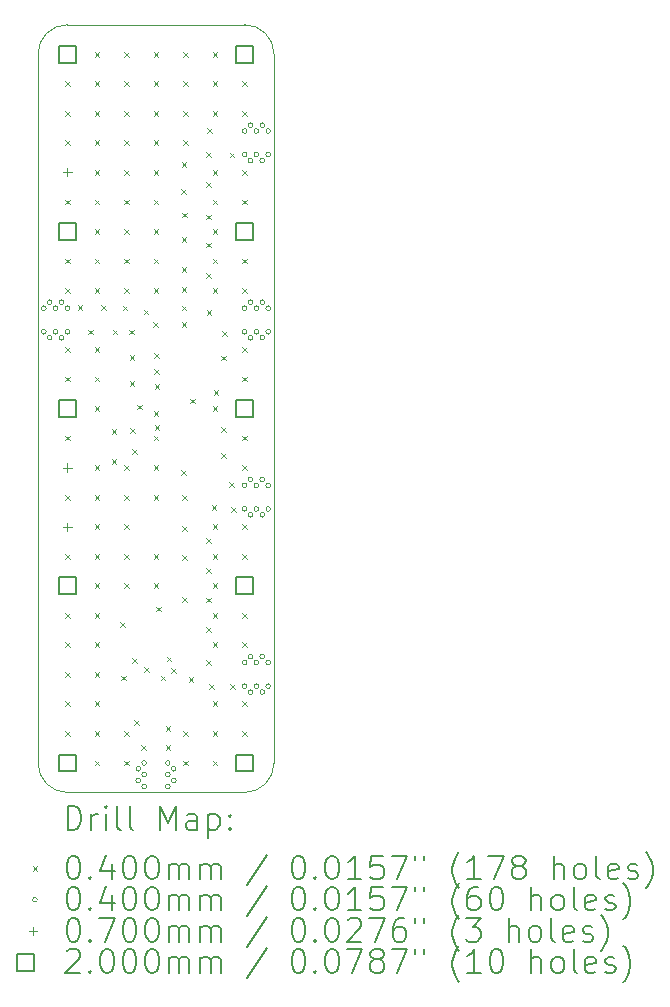
<source format=gbr>
%TF.GenerationSoftware,KiCad,Pcbnew,6.0.9+dfsg-1~bpo11+1*%
%TF.CreationDate,2022-12-01T10:00:25+01:00*%
%TF.ProjectId,019-tayloe-quadrature-product-detector,3031392d-7461-4796-9c6f-652d71756164,1*%
%TF.SameCoordinates,Original*%
%TF.FileFunction,Drillmap*%
%TF.FilePolarity,Positive*%
%FSLAX45Y45*%
G04 Gerber Fmt 4.5, Leading zero omitted, Abs format (unit mm)*
G04 Created by KiCad (PCBNEW 6.0.9+dfsg-1~bpo11+1) date 2022-12-01 10:00:25*
%MOMM*%
%LPD*%
G01*
G04 APERTURE LIST*
%ADD10C,0.100000*%
%ADD11C,0.200000*%
%ADD12C,0.040000*%
%ADD13C,0.070000*%
G04 APERTURE END LIST*
D10*
X15250000Y-3000000D02*
G75*
G03*
X15000000Y-3250000I0J-250000D01*
G01*
X15250000Y-3000000D02*
X16750000Y-3000000D01*
X17000000Y-3250000D02*
G75*
G03*
X16750000Y-3000000I-250000J0D01*
G01*
X15000000Y-9250000D02*
X15000000Y-3250000D01*
X15000000Y-9250000D02*
G75*
G03*
X15250000Y-9500000I250000J0D01*
G01*
X17000000Y-3250000D02*
X17000000Y-9250000D01*
X16750000Y-9500000D02*
G75*
G03*
X17000000Y-9250000I0J250000D01*
G01*
X16750000Y-9500000D02*
X15250000Y-9500000D01*
D11*
D12*
X15230000Y-3480000D02*
X15270000Y-3520000D01*
X15270000Y-3480000D02*
X15230000Y-3520000D01*
X15230000Y-3730000D02*
X15270000Y-3770000D01*
X15270000Y-3730000D02*
X15230000Y-3770000D01*
X15230000Y-3980000D02*
X15270000Y-4020000D01*
X15270000Y-3980000D02*
X15230000Y-4020000D01*
X15230000Y-4480000D02*
X15270000Y-4520000D01*
X15270000Y-4480000D02*
X15230000Y-4520000D01*
X15230000Y-4980000D02*
X15270000Y-5020000D01*
X15270000Y-4980000D02*
X15230000Y-5020000D01*
X15230000Y-5230000D02*
X15270000Y-5270000D01*
X15270000Y-5230000D02*
X15230000Y-5270000D01*
X15230000Y-5730000D02*
X15270000Y-5770000D01*
X15270000Y-5730000D02*
X15230000Y-5770000D01*
X15230000Y-5980000D02*
X15270000Y-6020000D01*
X15270000Y-5980000D02*
X15230000Y-6020000D01*
X15230000Y-6480000D02*
X15270000Y-6520000D01*
X15270000Y-6480000D02*
X15230000Y-6520000D01*
X15230000Y-6980000D02*
X15270000Y-7020000D01*
X15270000Y-6980000D02*
X15230000Y-7020000D01*
X15230000Y-7480000D02*
X15270000Y-7520000D01*
X15270000Y-7480000D02*
X15230000Y-7520000D01*
X15230000Y-7980000D02*
X15270000Y-8020000D01*
X15270000Y-7980000D02*
X15230000Y-8020000D01*
X15230000Y-8230000D02*
X15270000Y-8270000D01*
X15270000Y-8230000D02*
X15230000Y-8270000D01*
X15230000Y-8480000D02*
X15270000Y-8520000D01*
X15270000Y-8480000D02*
X15230000Y-8520000D01*
X15230000Y-8730000D02*
X15270000Y-8770000D01*
X15270000Y-8730000D02*
X15230000Y-8770000D01*
X15230000Y-8980000D02*
X15270000Y-9020000D01*
X15270000Y-8980000D02*
X15230000Y-9020000D01*
X15335504Y-5375425D02*
X15375504Y-5415425D01*
X15375504Y-5375425D02*
X15335504Y-5415425D01*
X15427505Y-5582024D02*
X15467505Y-5622024D01*
X15467505Y-5582024D02*
X15427505Y-5622024D01*
X15480000Y-3230000D02*
X15520000Y-3270000D01*
X15520000Y-3230000D02*
X15480000Y-3270000D01*
X15480000Y-3480000D02*
X15520000Y-3520000D01*
X15520000Y-3480000D02*
X15480000Y-3520000D01*
X15480000Y-3730000D02*
X15520000Y-3770000D01*
X15520000Y-3730000D02*
X15480000Y-3770000D01*
X15480000Y-3980000D02*
X15520000Y-4020000D01*
X15520000Y-3980000D02*
X15480000Y-4020000D01*
X15480000Y-4230000D02*
X15520000Y-4270000D01*
X15520000Y-4230000D02*
X15480000Y-4270000D01*
X15480000Y-4480000D02*
X15520000Y-4520000D01*
X15520000Y-4480000D02*
X15480000Y-4520000D01*
X15480000Y-4730000D02*
X15520000Y-4770000D01*
X15520000Y-4730000D02*
X15480000Y-4770000D01*
X15480000Y-4980000D02*
X15520000Y-5020000D01*
X15520000Y-4980000D02*
X15480000Y-5020000D01*
X15480000Y-5230000D02*
X15520000Y-5270000D01*
X15520000Y-5230000D02*
X15480000Y-5270000D01*
X15480000Y-5730000D02*
X15520000Y-5770000D01*
X15520000Y-5730000D02*
X15480000Y-5770000D01*
X15480000Y-5980000D02*
X15520000Y-6020000D01*
X15520000Y-5980000D02*
X15480000Y-6020000D01*
X15480000Y-6230000D02*
X15520000Y-6270000D01*
X15520000Y-6230000D02*
X15480000Y-6270000D01*
X15480000Y-6730000D02*
X15520000Y-6770000D01*
X15520000Y-6730000D02*
X15480000Y-6770000D01*
X15480000Y-6980000D02*
X15520000Y-7020000D01*
X15520000Y-6980000D02*
X15480000Y-7020000D01*
X15480000Y-7230000D02*
X15520000Y-7270000D01*
X15520000Y-7230000D02*
X15480000Y-7270000D01*
X15480000Y-7480000D02*
X15520000Y-7520000D01*
X15520000Y-7480000D02*
X15480000Y-7520000D01*
X15480000Y-7730000D02*
X15520000Y-7770000D01*
X15520000Y-7730000D02*
X15480000Y-7770000D01*
X15480000Y-7980000D02*
X15520000Y-8020000D01*
X15520000Y-7980000D02*
X15480000Y-8020000D01*
X15480000Y-8230000D02*
X15520000Y-8270000D01*
X15520000Y-8230000D02*
X15480000Y-8270000D01*
X15480000Y-8480000D02*
X15520000Y-8520000D01*
X15520000Y-8480000D02*
X15480000Y-8520000D01*
X15480000Y-8730000D02*
X15520000Y-8770000D01*
X15520000Y-8730000D02*
X15480000Y-8770000D01*
X15480000Y-8980000D02*
X15520000Y-9020000D01*
X15520000Y-8980000D02*
X15480000Y-9020000D01*
X15480000Y-9230000D02*
X15520000Y-9270000D01*
X15520000Y-9230000D02*
X15480000Y-9270000D01*
X15537261Y-5373810D02*
X15577261Y-5413810D01*
X15577261Y-5373810D02*
X15537261Y-5413810D01*
X15623427Y-6422057D02*
X15663427Y-6462057D01*
X15663427Y-6422057D02*
X15623427Y-6462057D01*
X15623427Y-6675399D02*
X15663427Y-6715399D01*
X15663427Y-6675399D02*
X15623427Y-6715399D01*
X15632491Y-5582024D02*
X15672491Y-5622024D01*
X15672491Y-5582024D02*
X15632491Y-5622024D01*
X15694980Y-8059740D02*
X15734980Y-8099740D01*
X15734980Y-8059740D02*
X15694980Y-8099740D01*
X15706570Y-8510000D02*
X15746570Y-8550000D01*
X15746570Y-8510000D02*
X15706570Y-8550000D01*
X15716422Y-5379460D02*
X15756422Y-5419460D01*
X15756422Y-5379460D02*
X15716422Y-5419460D01*
X15730000Y-3230000D02*
X15770000Y-3270000D01*
X15770000Y-3230000D02*
X15730000Y-3270000D01*
X15730000Y-3480000D02*
X15770000Y-3520000D01*
X15770000Y-3480000D02*
X15730000Y-3520000D01*
X15730000Y-3730000D02*
X15770000Y-3770000D01*
X15770000Y-3730000D02*
X15730000Y-3770000D01*
X15730000Y-3980000D02*
X15770000Y-4020000D01*
X15770000Y-3980000D02*
X15730000Y-4020000D01*
X15730000Y-4230000D02*
X15770000Y-4270000D01*
X15770000Y-4230000D02*
X15730000Y-4270000D01*
X15730000Y-4480000D02*
X15770000Y-4520000D01*
X15770000Y-4480000D02*
X15730000Y-4520000D01*
X15730000Y-4730000D02*
X15770000Y-4770000D01*
X15770000Y-4730000D02*
X15730000Y-4770000D01*
X15730000Y-4980000D02*
X15770000Y-5020000D01*
X15770000Y-4980000D02*
X15730000Y-5020000D01*
X15730000Y-5230000D02*
X15770000Y-5270000D01*
X15770000Y-5230000D02*
X15730000Y-5270000D01*
X15730000Y-6730000D02*
X15770000Y-6770000D01*
X15770000Y-6730000D02*
X15730000Y-6770000D01*
X15730000Y-6980000D02*
X15770000Y-7020000D01*
X15770000Y-6980000D02*
X15730000Y-7020000D01*
X15730000Y-7230000D02*
X15770000Y-7270000D01*
X15770000Y-7230000D02*
X15730000Y-7270000D01*
X15730000Y-7480000D02*
X15770000Y-7520000D01*
X15770000Y-7480000D02*
X15730000Y-7520000D01*
X15730000Y-7730000D02*
X15770000Y-7770000D01*
X15770000Y-7730000D02*
X15730000Y-7770000D01*
X15730000Y-8980000D02*
X15770000Y-9020000D01*
X15770000Y-8980000D02*
X15730000Y-9020000D01*
X15730000Y-9230000D02*
X15770000Y-9270000D01*
X15770000Y-9230000D02*
X15730000Y-9270000D01*
X15775335Y-5582024D02*
X15815335Y-5622024D01*
X15815335Y-5582024D02*
X15775335Y-5622024D01*
X15776949Y-5796694D02*
X15816949Y-5836694D01*
X15816949Y-5796694D02*
X15776949Y-5836694D01*
X15776949Y-6019434D02*
X15816949Y-6059434D01*
X15816949Y-6019434D02*
X15776949Y-6059434D01*
X15781476Y-6415084D02*
X15821476Y-6455084D01*
X15821476Y-6415084D02*
X15781476Y-6455084D01*
X15795421Y-6596375D02*
X15835421Y-6636375D01*
X15835421Y-6596375D02*
X15795421Y-6636375D01*
X15800000Y-8360000D02*
X15840000Y-8400000D01*
X15840000Y-8360000D02*
X15800000Y-8400000D01*
X15816900Y-8890000D02*
X15856900Y-8930000D01*
X15856900Y-8890000D02*
X15816900Y-8930000D01*
X15843126Y-6217157D02*
X15883126Y-6257157D01*
X15883126Y-6217157D02*
X15843126Y-6257157D01*
X15877012Y-9099701D02*
X15917012Y-9139701D01*
X15917012Y-9099701D02*
X15877012Y-9139701D01*
X15894776Y-5412548D02*
X15934776Y-5452548D01*
X15934776Y-5412548D02*
X15894776Y-5452548D01*
X15896810Y-8441760D02*
X15936810Y-8481760D01*
X15936810Y-8441760D02*
X15896810Y-8481760D01*
X15974672Y-5520690D02*
X16014672Y-5560690D01*
X16014672Y-5520690D02*
X15974672Y-5560690D01*
X15979514Y-6270421D02*
X16019514Y-6310421D01*
X16019514Y-6270421D02*
X15979514Y-6310421D01*
X15980000Y-3230000D02*
X16020000Y-3270000D01*
X16020000Y-3230000D02*
X15980000Y-3270000D01*
X15980000Y-3480000D02*
X16020000Y-3520000D01*
X16020000Y-3480000D02*
X15980000Y-3520000D01*
X15980000Y-3730000D02*
X16020000Y-3770000D01*
X16020000Y-3730000D02*
X15980000Y-3770000D01*
X15980000Y-3980000D02*
X16020000Y-4020000D01*
X16020000Y-3980000D02*
X15980000Y-4020000D01*
X15980000Y-4230000D02*
X16020000Y-4270000D01*
X16020000Y-4230000D02*
X15980000Y-4270000D01*
X15980000Y-4480000D02*
X16020000Y-4520000D01*
X16020000Y-4480000D02*
X15980000Y-4520000D01*
X15980000Y-4730000D02*
X16020000Y-4770000D01*
X16020000Y-4730000D02*
X15980000Y-4770000D01*
X15980000Y-4980000D02*
X16020000Y-5020000D01*
X16020000Y-4980000D02*
X15980000Y-5020000D01*
X15980000Y-5230000D02*
X16020000Y-5270000D01*
X16020000Y-5230000D02*
X15980000Y-5270000D01*
X15980000Y-6480000D02*
X16020000Y-6520000D01*
X16020000Y-6480000D02*
X15980000Y-6520000D01*
X15980000Y-6730000D02*
X16020000Y-6770000D01*
X16020000Y-6730000D02*
X15980000Y-6770000D01*
X15980000Y-6980000D02*
X16020000Y-7020000D01*
X16020000Y-6980000D02*
X15980000Y-7020000D01*
X15980000Y-7480000D02*
X16020000Y-7520000D01*
X16020000Y-7480000D02*
X15980000Y-7520000D01*
X15980000Y-7730000D02*
X16020000Y-7770000D01*
X16020000Y-7730000D02*
X15980000Y-7770000D01*
X15984356Y-5782975D02*
X16024356Y-5822975D01*
X16024356Y-5782975D02*
X15984356Y-5822975D01*
X15985970Y-5915328D02*
X16025970Y-5955328D01*
X16025970Y-5915328D02*
X15985970Y-5955328D01*
X15987584Y-6042031D02*
X16027584Y-6082031D01*
X16027584Y-6042031D02*
X15987584Y-6082031D01*
X15988391Y-6393089D02*
X16028391Y-6433089D01*
X16028391Y-6393089D02*
X15988391Y-6433089D01*
X16001530Y-7927577D02*
X16041530Y-7967577D01*
X16041530Y-7927577D02*
X16001530Y-7967577D01*
X16040000Y-8510000D02*
X16080000Y-8550000D01*
X16080000Y-8510000D02*
X16040000Y-8550000D01*
X16081460Y-9099701D02*
X16121460Y-9139701D01*
X16121460Y-9099701D02*
X16081460Y-9139701D01*
X16082133Y-8938967D02*
X16122133Y-8978967D01*
X16122133Y-8938967D02*
X16082133Y-8978967D01*
X16090000Y-8350000D02*
X16130000Y-8390000D01*
X16130000Y-8350000D02*
X16090000Y-8390000D01*
X16130000Y-8450000D02*
X16170000Y-8490000D01*
X16170000Y-8450000D02*
X16130000Y-8490000D01*
X16215167Y-4394883D02*
X16255167Y-4434883D01*
X16255167Y-4394883D02*
X16215167Y-4434883D01*
X16215554Y-6768358D02*
X16255554Y-6808358D01*
X16255554Y-6768358D02*
X16215554Y-6808358D01*
X16215974Y-5520690D02*
X16255974Y-5560690D01*
X16255974Y-5520690D02*
X16215974Y-5560690D01*
X16216014Y-5220943D02*
X16256014Y-5260943D01*
X16256014Y-5220943D02*
X16216014Y-5260943D01*
X16216781Y-4164879D02*
X16256781Y-4204879D01*
X16256781Y-4164879D02*
X16216781Y-4204879D01*
X16216781Y-5054227D02*
X16256781Y-5094227D01*
X16256781Y-5054227D02*
X16216781Y-5094227D01*
X16216781Y-5379460D02*
X16256781Y-5419460D01*
X16256781Y-5379460D02*
X16216781Y-5419460D01*
X16217588Y-4795977D02*
X16257588Y-4835977D01*
X16257588Y-4795977D02*
X16217588Y-4835977D01*
X16218459Y-6984320D02*
X16258459Y-7024320D01*
X16258459Y-6984320D02*
X16218459Y-7024320D01*
X16218459Y-7247734D02*
X16258459Y-7287734D01*
X16258459Y-7247734D02*
X16218459Y-7287734D01*
X16218459Y-7488875D02*
X16258459Y-7528875D01*
X16258459Y-7488875D02*
X16218459Y-7528875D01*
X16219361Y-4591723D02*
X16259361Y-4631723D01*
X16259361Y-4591723D02*
X16219361Y-4631723D01*
X16219428Y-7846228D02*
X16259428Y-7886228D01*
X16259428Y-7846228D02*
X16219428Y-7886228D01*
X16230000Y-3230000D02*
X16270000Y-3270000D01*
X16270000Y-3230000D02*
X16230000Y-3270000D01*
X16230000Y-3480000D02*
X16270000Y-3520000D01*
X16270000Y-3480000D02*
X16230000Y-3520000D01*
X16230000Y-3730000D02*
X16270000Y-3770000D01*
X16270000Y-3730000D02*
X16230000Y-3770000D01*
X16230000Y-3980000D02*
X16270000Y-4020000D01*
X16270000Y-3980000D02*
X16230000Y-4020000D01*
X16230000Y-8980000D02*
X16270000Y-9020000D01*
X16270000Y-8980000D02*
X16230000Y-9020000D01*
X16230000Y-9230000D02*
X16270000Y-9270000D01*
X16270000Y-9230000D02*
X16230000Y-9270000D01*
X16276565Y-8522196D02*
X16316565Y-8562196D01*
X16316565Y-8522196D02*
X16276565Y-8562196D01*
X16288606Y-6166314D02*
X16328606Y-6206314D01*
X16328606Y-6166314D02*
X16288606Y-6206314D01*
X16421766Y-4331128D02*
X16461766Y-4371128D01*
X16461766Y-4331128D02*
X16421766Y-4371128D01*
X16422799Y-7348452D02*
X16462799Y-7388452D01*
X16462799Y-7348452D02*
X16422799Y-7388452D01*
X16422799Y-7602182D02*
X16462799Y-7642182D01*
X16462799Y-7602182D02*
X16422799Y-7642182D01*
X16423380Y-4080948D02*
X16463380Y-4120948D01*
X16463380Y-4080948D02*
X16423380Y-4120948D01*
X16423497Y-7851558D02*
X16463497Y-7891558D01*
X16463497Y-7851558D02*
X16423497Y-7891558D01*
X16423497Y-8100903D02*
X16463497Y-8140903D01*
X16463497Y-8100903D02*
X16423497Y-8140903D01*
X16423768Y-8376931D02*
X16463768Y-8416931D01*
X16463768Y-8376931D02*
X16423768Y-8416931D01*
X16424187Y-4607132D02*
X16464187Y-4647132D01*
X16464187Y-4607132D02*
X16424187Y-4647132D01*
X16425801Y-4846013D02*
X16465801Y-4886013D01*
X16465801Y-4846013D02*
X16425801Y-4886013D01*
X16425801Y-5105876D02*
X16465801Y-5145876D01*
X16465801Y-5105876D02*
X16425801Y-5145876D01*
X16428223Y-5416583D02*
X16468223Y-5456583D01*
X16468223Y-5416583D02*
X16428223Y-5456583D01*
X16430644Y-3875962D02*
X16470644Y-3915962D01*
X16470644Y-3875962D02*
X16430644Y-3915962D01*
X16447979Y-8581271D02*
X16487979Y-8621271D01*
X16487979Y-8581271D02*
X16447979Y-8621271D01*
X16470333Y-7064754D02*
X16510333Y-7104754D01*
X16510333Y-7064754D02*
X16470333Y-7104754D01*
X16480000Y-3230000D02*
X16520000Y-3270000D01*
X16520000Y-3230000D02*
X16480000Y-3270000D01*
X16480000Y-3480000D02*
X16520000Y-3520000D01*
X16520000Y-3480000D02*
X16480000Y-3520000D01*
X16480000Y-3730000D02*
X16520000Y-3770000D01*
X16520000Y-3730000D02*
X16480000Y-3770000D01*
X16480000Y-4230000D02*
X16520000Y-4270000D01*
X16520000Y-4230000D02*
X16480000Y-4270000D01*
X16480000Y-4480000D02*
X16520000Y-4520000D01*
X16520000Y-4480000D02*
X16480000Y-4520000D01*
X16480000Y-4730000D02*
X16520000Y-4770000D01*
X16520000Y-4730000D02*
X16480000Y-4770000D01*
X16480000Y-4980000D02*
X16520000Y-5020000D01*
X16520000Y-4980000D02*
X16480000Y-5020000D01*
X16480000Y-5230000D02*
X16520000Y-5270000D01*
X16520000Y-5230000D02*
X16480000Y-5270000D01*
X16480000Y-6230000D02*
X16520000Y-6270000D01*
X16520000Y-6230000D02*
X16480000Y-6270000D01*
X16480000Y-7230000D02*
X16520000Y-7270000D01*
X16520000Y-7230000D02*
X16480000Y-7270000D01*
X16480000Y-7480000D02*
X16520000Y-7520000D01*
X16520000Y-7480000D02*
X16480000Y-7520000D01*
X16480000Y-7730000D02*
X16520000Y-7770000D01*
X16520000Y-7730000D02*
X16480000Y-7770000D01*
X16480000Y-7980000D02*
X16520000Y-8020000D01*
X16520000Y-7980000D02*
X16480000Y-8020000D01*
X16480000Y-8230000D02*
X16520000Y-8270000D01*
X16520000Y-8230000D02*
X16480000Y-8270000D01*
X16480000Y-8730000D02*
X16520000Y-8770000D01*
X16520000Y-8730000D02*
X16480000Y-8770000D01*
X16480000Y-8980000D02*
X16520000Y-9020000D01*
X16520000Y-8980000D02*
X16480000Y-9020000D01*
X16480000Y-9230000D02*
X16520000Y-9270000D01*
X16520000Y-9230000D02*
X16480000Y-9270000D01*
X16487136Y-6091260D02*
X16527136Y-6131260D01*
X16527136Y-6091260D02*
X16487136Y-6131260D01*
X16551472Y-6404840D02*
X16591472Y-6444840D01*
X16591472Y-6404840D02*
X16551472Y-6444840D01*
X16551472Y-6627967D02*
X16591472Y-6667967D01*
X16591472Y-6627967D02*
X16551472Y-6667967D01*
X16552505Y-5801536D02*
X16592505Y-5841536D01*
X16592505Y-5801536D02*
X16552505Y-5841536D01*
X16558154Y-5591709D02*
X16598154Y-5631709D01*
X16598154Y-5591709D02*
X16558154Y-5631709D01*
X16620979Y-6874429D02*
X16660979Y-6914429D01*
X16660979Y-6874429D02*
X16620979Y-6914429D01*
X16623524Y-4084176D02*
X16663524Y-4124176D01*
X16663524Y-4084176D02*
X16623524Y-4124176D01*
X16628108Y-8582239D02*
X16668108Y-8622239D01*
X16668108Y-8582239D02*
X16628108Y-8622239D01*
X16634430Y-7082912D02*
X16674430Y-7122912D01*
X16674430Y-7082912D02*
X16634430Y-7122912D01*
X16730000Y-3480000D02*
X16770000Y-3520000D01*
X16770000Y-3480000D02*
X16730000Y-3520000D01*
X16730000Y-3730000D02*
X16770000Y-3770000D01*
X16770000Y-3730000D02*
X16730000Y-3770000D01*
X16730000Y-4230000D02*
X16770000Y-4270000D01*
X16770000Y-4230000D02*
X16730000Y-4270000D01*
X16730000Y-4480000D02*
X16770000Y-4520000D01*
X16770000Y-4480000D02*
X16730000Y-4520000D01*
X16730000Y-4980000D02*
X16770000Y-5020000D01*
X16770000Y-4980000D02*
X16730000Y-5020000D01*
X16730000Y-5230000D02*
X16770000Y-5270000D01*
X16770000Y-5230000D02*
X16730000Y-5270000D01*
X16730000Y-5730000D02*
X16770000Y-5770000D01*
X16770000Y-5730000D02*
X16730000Y-5770000D01*
X16730000Y-5980000D02*
X16770000Y-6020000D01*
X16770000Y-5980000D02*
X16730000Y-6020000D01*
X16730000Y-6480000D02*
X16770000Y-6520000D01*
X16770000Y-6480000D02*
X16730000Y-6520000D01*
X16730000Y-6730000D02*
X16770000Y-6770000D01*
X16770000Y-6730000D02*
X16730000Y-6770000D01*
X16730000Y-7230000D02*
X16770000Y-7270000D01*
X16770000Y-7230000D02*
X16730000Y-7270000D01*
X16730000Y-7480000D02*
X16770000Y-7520000D01*
X16770000Y-7480000D02*
X16730000Y-7520000D01*
X16730000Y-7980000D02*
X16770000Y-8020000D01*
X16770000Y-7980000D02*
X16730000Y-8020000D01*
X16730000Y-8230000D02*
X16770000Y-8270000D01*
X16770000Y-8230000D02*
X16730000Y-8270000D01*
X16730000Y-8730000D02*
X16770000Y-8770000D01*
X16770000Y-8730000D02*
X16730000Y-8770000D01*
X16730000Y-8980000D02*
X16770000Y-9020000D01*
X16770000Y-8980000D02*
X16730000Y-9020000D01*
X15070000Y-5400000D02*
G75*
G03*
X15070000Y-5400000I-20000J0D01*
G01*
X15070000Y-5600000D02*
G75*
G03*
X15070000Y-5600000I-20000J0D01*
G01*
X15120000Y-5350000D02*
G75*
G03*
X15120000Y-5350000I-20000J0D01*
G01*
X15120000Y-5650000D02*
G75*
G03*
X15120000Y-5650000I-20000J0D01*
G01*
X15170000Y-5400000D02*
G75*
G03*
X15170000Y-5400000I-20000J0D01*
G01*
X15170000Y-5600000D02*
G75*
G03*
X15170000Y-5600000I-20000J0D01*
G01*
X15220000Y-5350000D02*
G75*
G03*
X15220000Y-5350000I-20000J0D01*
G01*
X15220000Y-5650000D02*
G75*
G03*
X15220000Y-5650000I-20000J0D01*
G01*
X15270000Y-5400000D02*
G75*
G03*
X15270000Y-5400000I-20000J0D01*
G01*
X15270000Y-5600000D02*
G75*
G03*
X15270000Y-5600000I-20000J0D01*
G01*
X15870000Y-9300000D02*
G75*
G03*
X15870000Y-9300000I-20000J0D01*
G01*
X15870000Y-9400000D02*
G75*
G03*
X15870000Y-9400000I-20000J0D01*
G01*
X15920000Y-9250000D02*
G75*
G03*
X15920000Y-9250000I-20000J0D01*
G01*
X15920000Y-9350000D02*
G75*
G03*
X15920000Y-9350000I-20000J0D01*
G01*
X15920000Y-9450000D02*
G75*
G03*
X15920000Y-9450000I-20000J0D01*
G01*
X16120000Y-9250000D02*
G75*
G03*
X16120000Y-9250000I-20000J0D01*
G01*
X16120000Y-9350000D02*
G75*
G03*
X16120000Y-9350000I-20000J0D01*
G01*
X16120000Y-9450000D02*
G75*
G03*
X16120000Y-9450000I-20000J0D01*
G01*
X16170000Y-9300000D02*
G75*
G03*
X16170000Y-9300000I-20000J0D01*
G01*
X16170000Y-9400000D02*
G75*
G03*
X16170000Y-9400000I-20000J0D01*
G01*
X16770000Y-3900000D02*
G75*
G03*
X16770000Y-3900000I-20000J0D01*
G01*
X16770000Y-4100000D02*
G75*
G03*
X16770000Y-4100000I-20000J0D01*
G01*
X16770000Y-5400000D02*
G75*
G03*
X16770000Y-5400000I-20000J0D01*
G01*
X16770000Y-5600000D02*
G75*
G03*
X16770000Y-5600000I-20000J0D01*
G01*
X16770000Y-6900000D02*
G75*
G03*
X16770000Y-6900000I-20000J0D01*
G01*
X16770000Y-7100000D02*
G75*
G03*
X16770000Y-7100000I-20000J0D01*
G01*
X16770000Y-8400000D02*
G75*
G03*
X16770000Y-8400000I-20000J0D01*
G01*
X16770000Y-8600000D02*
G75*
G03*
X16770000Y-8600000I-20000J0D01*
G01*
X16820000Y-3850000D02*
G75*
G03*
X16820000Y-3850000I-20000J0D01*
G01*
X16820000Y-4150000D02*
G75*
G03*
X16820000Y-4150000I-20000J0D01*
G01*
X16820000Y-5350000D02*
G75*
G03*
X16820000Y-5350000I-20000J0D01*
G01*
X16820000Y-5650000D02*
G75*
G03*
X16820000Y-5650000I-20000J0D01*
G01*
X16820000Y-6850000D02*
G75*
G03*
X16820000Y-6850000I-20000J0D01*
G01*
X16820000Y-7150000D02*
G75*
G03*
X16820000Y-7150000I-20000J0D01*
G01*
X16820000Y-8350000D02*
G75*
G03*
X16820000Y-8350000I-20000J0D01*
G01*
X16820000Y-8650000D02*
G75*
G03*
X16820000Y-8650000I-20000J0D01*
G01*
X16870000Y-3900000D02*
G75*
G03*
X16870000Y-3900000I-20000J0D01*
G01*
X16870000Y-4100000D02*
G75*
G03*
X16870000Y-4100000I-20000J0D01*
G01*
X16870000Y-5400000D02*
G75*
G03*
X16870000Y-5400000I-20000J0D01*
G01*
X16870000Y-5600000D02*
G75*
G03*
X16870000Y-5600000I-20000J0D01*
G01*
X16870000Y-6900000D02*
G75*
G03*
X16870000Y-6900000I-20000J0D01*
G01*
X16870000Y-7100000D02*
G75*
G03*
X16870000Y-7100000I-20000J0D01*
G01*
X16870000Y-8400000D02*
G75*
G03*
X16870000Y-8400000I-20000J0D01*
G01*
X16870000Y-8600000D02*
G75*
G03*
X16870000Y-8600000I-20000J0D01*
G01*
X16920000Y-3850000D02*
G75*
G03*
X16920000Y-3850000I-20000J0D01*
G01*
X16920000Y-4150000D02*
G75*
G03*
X16920000Y-4150000I-20000J0D01*
G01*
X16920000Y-5350000D02*
G75*
G03*
X16920000Y-5350000I-20000J0D01*
G01*
X16920000Y-5650000D02*
G75*
G03*
X16920000Y-5650000I-20000J0D01*
G01*
X16920000Y-6850000D02*
G75*
G03*
X16920000Y-6850000I-20000J0D01*
G01*
X16920000Y-7150000D02*
G75*
G03*
X16920000Y-7150000I-20000J0D01*
G01*
X16920000Y-8350000D02*
G75*
G03*
X16920000Y-8350000I-20000J0D01*
G01*
X16920000Y-8650000D02*
G75*
G03*
X16920000Y-8650000I-20000J0D01*
G01*
X16970000Y-3900000D02*
G75*
G03*
X16970000Y-3900000I-20000J0D01*
G01*
X16970000Y-4100000D02*
G75*
G03*
X16970000Y-4100000I-20000J0D01*
G01*
X16970000Y-5400000D02*
G75*
G03*
X16970000Y-5400000I-20000J0D01*
G01*
X16970000Y-5600000D02*
G75*
G03*
X16970000Y-5600000I-20000J0D01*
G01*
X16970000Y-6900000D02*
G75*
G03*
X16970000Y-6900000I-20000J0D01*
G01*
X16970000Y-7100000D02*
G75*
G03*
X16970000Y-7100000I-20000J0D01*
G01*
X16970000Y-8400000D02*
G75*
G03*
X16970000Y-8400000I-20000J0D01*
G01*
X16970000Y-8600000D02*
G75*
G03*
X16970000Y-8600000I-20000J0D01*
G01*
D13*
X15250000Y-4215000D02*
X15250000Y-4285000D01*
X15215000Y-4250000D02*
X15285000Y-4250000D01*
X15250000Y-6715000D02*
X15250000Y-6785000D01*
X15215000Y-6750000D02*
X15285000Y-6750000D01*
X15250000Y-7215000D02*
X15250000Y-7285000D01*
X15215000Y-7250000D02*
X15285000Y-7250000D01*
D11*
X15320711Y-3320711D02*
X15320711Y-3179289D01*
X15179289Y-3179289D01*
X15179289Y-3320711D01*
X15320711Y-3320711D01*
X15320711Y-4820711D02*
X15320711Y-4679289D01*
X15179289Y-4679289D01*
X15179289Y-4820711D01*
X15320711Y-4820711D01*
X15320711Y-6320711D02*
X15320711Y-6179289D01*
X15179289Y-6179289D01*
X15179289Y-6320711D01*
X15320711Y-6320711D01*
X15320711Y-7820711D02*
X15320711Y-7679289D01*
X15179289Y-7679289D01*
X15179289Y-7820711D01*
X15320711Y-7820711D01*
X15320711Y-9320711D02*
X15320711Y-9179289D01*
X15179289Y-9179289D01*
X15179289Y-9320711D01*
X15320711Y-9320711D01*
X16820711Y-3320711D02*
X16820711Y-3179289D01*
X16679289Y-3179289D01*
X16679289Y-3320711D01*
X16820711Y-3320711D01*
X16820711Y-4820711D02*
X16820711Y-4679289D01*
X16679289Y-4679289D01*
X16679289Y-4820711D01*
X16820711Y-4820711D01*
X16820711Y-6320711D02*
X16820711Y-6179289D01*
X16679289Y-6179289D01*
X16679289Y-6320711D01*
X16820711Y-6320711D01*
X16820711Y-7820711D02*
X16820711Y-7679289D01*
X16679289Y-7679289D01*
X16679289Y-7820711D01*
X16820711Y-7820711D01*
X16820711Y-9320711D02*
X16820711Y-9179289D01*
X16679289Y-9179289D01*
X16679289Y-9320711D01*
X16820711Y-9320711D01*
X15252619Y-9815476D02*
X15252619Y-9615476D01*
X15300238Y-9615476D01*
X15328809Y-9625000D01*
X15347857Y-9644048D01*
X15357381Y-9663095D01*
X15366905Y-9701190D01*
X15366905Y-9729762D01*
X15357381Y-9767857D01*
X15347857Y-9786905D01*
X15328809Y-9805952D01*
X15300238Y-9815476D01*
X15252619Y-9815476D01*
X15452619Y-9815476D02*
X15452619Y-9682143D01*
X15452619Y-9720238D02*
X15462143Y-9701190D01*
X15471667Y-9691667D01*
X15490714Y-9682143D01*
X15509762Y-9682143D01*
X15576428Y-9815476D02*
X15576428Y-9682143D01*
X15576428Y-9615476D02*
X15566905Y-9625000D01*
X15576428Y-9634524D01*
X15585952Y-9625000D01*
X15576428Y-9615476D01*
X15576428Y-9634524D01*
X15700238Y-9815476D02*
X15681190Y-9805952D01*
X15671667Y-9786905D01*
X15671667Y-9615476D01*
X15805000Y-9815476D02*
X15785952Y-9805952D01*
X15776428Y-9786905D01*
X15776428Y-9615476D01*
X16033571Y-9815476D02*
X16033571Y-9615476D01*
X16100238Y-9758333D01*
X16166905Y-9615476D01*
X16166905Y-9815476D01*
X16347857Y-9815476D02*
X16347857Y-9710714D01*
X16338333Y-9691667D01*
X16319286Y-9682143D01*
X16281190Y-9682143D01*
X16262143Y-9691667D01*
X16347857Y-9805952D02*
X16328809Y-9815476D01*
X16281190Y-9815476D01*
X16262143Y-9805952D01*
X16252619Y-9786905D01*
X16252619Y-9767857D01*
X16262143Y-9748810D01*
X16281190Y-9739286D01*
X16328809Y-9739286D01*
X16347857Y-9729762D01*
X16443095Y-9682143D02*
X16443095Y-9882143D01*
X16443095Y-9691667D02*
X16462143Y-9682143D01*
X16500238Y-9682143D01*
X16519286Y-9691667D01*
X16528809Y-9701190D01*
X16538333Y-9720238D01*
X16538333Y-9777381D01*
X16528809Y-9796429D01*
X16519286Y-9805952D01*
X16500238Y-9815476D01*
X16462143Y-9815476D01*
X16443095Y-9805952D01*
X16624048Y-9796429D02*
X16633571Y-9805952D01*
X16624048Y-9815476D01*
X16614524Y-9805952D01*
X16624048Y-9796429D01*
X16624048Y-9815476D01*
X16624048Y-9691667D02*
X16633571Y-9701190D01*
X16624048Y-9710714D01*
X16614524Y-9701190D01*
X16624048Y-9691667D01*
X16624048Y-9710714D01*
D12*
X14955000Y-10125000D02*
X14995000Y-10165000D01*
X14995000Y-10125000D02*
X14955000Y-10165000D01*
D11*
X15290714Y-10035476D02*
X15309762Y-10035476D01*
X15328809Y-10045000D01*
X15338333Y-10054524D01*
X15347857Y-10073571D01*
X15357381Y-10111667D01*
X15357381Y-10159286D01*
X15347857Y-10197381D01*
X15338333Y-10216429D01*
X15328809Y-10225952D01*
X15309762Y-10235476D01*
X15290714Y-10235476D01*
X15271667Y-10225952D01*
X15262143Y-10216429D01*
X15252619Y-10197381D01*
X15243095Y-10159286D01*
X15243095Y-10111667D01*
X15252619Y-10073571D01*
X15262143Y-10054524D01*
X15271667Y-10045000D01*
X15290714Y-10035476D01*
X15443095Y-10216429D02*
X15452619Y-10225952D01*
X15443095Y-10235476D01*
X15433571Y-10225952D01*
X15443095Y-10216429D01*
X15443095Y-10235476D01*
X15624048Y-10102143D02*
X15624048Y-10235476D01*
X15576428Y-10025952D02*
X15528809Y-10168810D01*
X15652619Y-10168810D01*
X15766905Y-10035476D02*
X15785952Y-10035476D01*
X15805000Y-10045000D01*
X15814524Y-10054524D01*
X15824048Y-10073571D01*
X15833571Y-10111667D01*
X15833571Y-10159286D01*
X15824048Y-10197381D01*
X15814524Y-10216429D01*
X15805000Y-10225952D01*
X15785952Y-10235476D01*
X15766905Y-10235476D01*
X15747857Y-10225952D01*
X15738333Y-10216429D01*
X15728809Y-10197381D01*
X15719286Y-10159286D01*
X15719286Y-10111667D01*
X15728809Y-10073571D01*
X15738333Y-10054524D01*
X15747857Y-10045000D01*
X15766905Y-10035476D01*
X15957381Y-10035476D02*
X15976428Y-10035476D01*
X15995476Y-10045000D01*
X16005000Y-10054524D01*
X16014524Y-10073571D01*
X16024048Y-10111667D01*
X16024048Y-10159286D01*
X16014524Y-10197381D01*
X16005000Y-10216429D01*
X15995476Y-10225952D01*
X15976428Y-10235476D01*
X15957381Y-10235476D01*
X15938333Y-10225952D01*
X15928809Y-10216429D01*
X15919286Y-10197381D01*
X15909762Y-10159286D01*
X15909762Y-10111667D01*
X15919286Y-10073571D01*
X15928809Y-10054524D01*
X15938333Y-10045000D01*
X15957381Y-10035476D01*
X16109762Y-10235476D02*
X16109762Y-10102143D01*
X16109762Y-10121190D02*
X16119286Y-10111667D01*
X16138333Y-10102143D01*
X16166905Y-10102143D01*
X16185952Y-10111667D01*
X16195476Y-10130714D01*
X16195476Y-10235476D01*
X16195476Y-10130714D02*
X16205000Y-10111667D01*
X16224048Y-10102143D01*
X16252619Y-10102143D01*
X16271667Y-10111667D01*
X16281190Y-10130714D01*
X16281190Y-10235476D01*
X16376428Y-10235476D02*
X16376428Y-10102143D01*
X16376428Y-10121190D02*
X16385952Y-10111667D01*
X16405000Y-10102143D01*
X16433571Y-10102143D01*
X16452619Y-10111667D01*
X16462143Y-10130714D01*
X16462143Y-10235476D01*
X16462143Y-10130714D02*
X16471667Y-10111667D01*
X16490714Y-10102143D01*
X16519286Y-10102143D01*
X16538333Y-10111667D01*
X16547857Y-10130714D01*
X16547857Y-10235476D01*
X16938333Y-10025952D02*
X16766905Y-10283095D01*
X17195476Y-10035476D02*
X17214524Y-10035476D01*
X17233571Y-10045000D01*
X17243095Y-10054524D01*
X17252619Y-10073571D01*
X17262143Y-10111667D01*
X17262143Y-10159286D01*
X17252619Y-10197381D01*
X17243095Y-10216429D01*
X17233571Y-10225952D01*
X17214524Y-10235476D01*
X17195476Y-10235476D01*
X17176429Y-10225952D01*
X17166905Y-10216429D01*
X17157381Y-10197381D01*
X17147857Y-10159286D01*
X17147857Y-10111667D01*
X17157381Y-10073571D01*
X17166905Y-10054524D01*
X17176429Y-10045000D01*
X17195476Y-10035476D01*
X17347857Y-10216429D02*
X17357381Y-10225952D01*
X17347857Y-10235476D01*
X17338333Y-10225952D01*
X17347857Y-10216429D01*
X17347857Y-10235476D01*
X17481190Y-10035476D02*
X17500238Y-10035476D01*
X17519286Y-10045000D01*
X17528810Y-10054524D01*
X17538333Y-10073571D01*
X17547857Y-10111667D01*
X17547857Y-10159286D01*
X17538333Y-10197381D01*
X17528810Y-10216429D01*
X17519286Y-10225952D01*
X17500238Y-10235476D01*
X17481190Y-10235476D01*
X17462143Y-10225952D01*
X17452619Y-10216429D01*
X17443095Y-10197381D01*
X17433571Y-10159286D01*
X17433571Y-10111667D01*
X17443095Y-10073571D01*
X17452619Y-10054524D01*
X17462143Y-10045000D01*
X17481190Y-10035476D01*
X17738333Y-10235476D02*
X17624048Y-10235476D01*
X17681190Y-10235476D02*
X17681190Y-10035476D01*
X17662143Y-10064048D01*
X17643095Y-10083095D01*
X17624048Y-10092619D01*
X17919286Y-10035476D02*
X17824048Y-10035476D01*
X17814524Y-10130714D01*
X17824048Y-10121190D01*
X17843095Y-10111667D01*
X17890714Y-10111667D01*
X17909762Y-10121190D01*
X17919286Y-10130714D01*
X17928810Y-10149762D01*
X17928810Y-10197381D01*
X17919286Y-10216429D01*
X17909762Y-10225952D01*
X17890714Y-10235476D01*
X17843095Y-10235476D01*
X17824048Y-10225952D01*
X17814524Y-10216429D01*
X17995476Y-10035476D02*
X18128810Y-10035476D01*
X18043095Y-10235476D01*
X18195476Y-10035476D02*
X18195476Y-10073571D01*
X18271667Y-10035476D02*
X18271667Y-10073571D01*
X18566905Y-10311667D02*
X18557381Y-10302143D01*
X18538333Y-10273571D01*
X18528810Y-10254524D01*
X18519286Y-10225952D01*
X18509762Y-10178333D01*
X18509762Y-10140238D01*
X18519286Y-10092619D01*
X18528810Y-10064048D01*
X18538333Y-10045000D01*
X18557381Y-10016429D01*
X18566905Y-10006905D01*
X18747857Y-10235476D02*
X18633571Y-10235476D01*
X18690714Y-10235476D02*
X18690714Y-10035476D01*
X18671667Y-10064048D01*
X18652619Y-10083095D01*
X18633571Y-10092619D01*
X18814524Y-10035476D02*
X18947857Y-10035476D01*
X18862143Y-10235476D01*
X19052619Y-10121190D02*
X19033571Y-10111667D01*
X19024048Y-10102143D01*
X19014524Y-10083095D01*
X19014524Y-10073571D01*
X19024048Y-10054524D01*
X19033571Y-10045000D01*
X19052619Y-10035476D01*
X19090714Y-10035476D01*
X19109762Y-10045000D01*
X19119286Y-10054524D01*
X19128810Y-10073571D01*
X19128810Y-10083095D01*
X19119286Y-10102143D01*
X19109762Y-10111667D01*
X19090714Y-10121190D01*
X19052619Y-10121190D01*
X19033571Y-10130714D01*
X19024048Y-10140238D01*
X19014524Y-10159286D01*
X19014524Y-10197381D01*
X19024048Y-10216429D01*
X19033571Y-10225952D01*
X19052619Y-10235476D01*
X19090714Y-10235476D01*
X19109762Y-10225952D01*
X19119286Y-10216429D01*
X19128810Y-10197381D01*
X19128810Y-10159286D01*
X19119286Y-10140238D01*
X19109762Y-10130714D01*
X19090714Y-10121190D01*
X19366905Y-10235476D02*
X19366905Y-10035476D01*
X19452619Y-10235476D02*
X19452619Y-10130714D01*
X19443095Y-10111667D01*
X19424048Y-10102143D01*
X19395476Y-10102143D01*
X19376429Y-10111667D01*
X19366905Y-10121190D01*
X19576429Y-10235476D02*
X19557381Y-10225952D01*
X19547857Y-10216429D01*
X19538333Y-10197381D01*
X19538333Y-10140238D01*
X19547857Y-10121190D01*
X19557381Y-10111667D01*
X19576429Y-10102143D01*
X19605000Y-10102143D01*
X19624048Y-10111667D01*
X19633571Y-10121190D01*
X19643095Y-10140238D01*
X19643095Y-10197381D01*
X19633571Y-10216429D01*
X19624048Y-10225952D01*
X19605000Y-10235476D01*
X19576429Y-10235476D01*
X19757381Y-10235476D02*
X19738333Y-10225952D01*
X19728810Y-10206905D01*
X19728810Y-10035476D01*
X19909762Y-10225952D02*
X19890714Y-10235476D01*
X19852619Y-10235476D01*
X19833571Y-10225952D01*
X19824048Y-10206905D01*
X19824048Y-10130714D01*
X19833571Y-10111667D01*
X19852619Y-10102143D01*
X19890714Y-10102143D01*
X19909762Y-10111667D01*
X19919286Y-10130714D01*
X19919286Y-10149762D01*
X19824048Y-10168810D01*
X19995476Y-10225952D02*
X20014524Y-10235476D01*
X20052619Y-10235476D01*
X20071667Y-10225952D01*
X20081190Y-10206905D01*
X20081190Y-10197381D01*
X20071667Y-10178333D01*
X20052619Y-10168810D01*
X20024048Y-10168810D01*
X20005000Y-10159286D01*
X19995476Y-10140238D01*
X19995476Y-10130714D01*
X20005000Y-10111667D01*
X20024048Y-10102143D01*
X20052619Y-10102143D01*
X20071667Y-10111667D01*
X20147857Y-10311667D02*
X20157381Y-10302143D01*
X20176429Y-10273571D01*
X20185952Y-10254524D01*
X20195476Y-10225952D01*
X20205000Y-10178333D01*
X20205000Y-10140238D01*
X20195476Y-10092619D01*
X20185952Y-10064048D01*
X20176429Y-10045000D01*
X20157381Y-10016429D01*
X20147857Y-10006905D01*
D12*
X14995000Y-10409000D02*
G75*
G03*
X14995000Y-10409000I-20000J0D01*
G01*
D11*
X15290714Y-10299476D02*
X15309762Y-10299476D01*
X15328809Y-10309000D01*
X15338333Y-10318524D01*
X15347857Y-10337571D01*
X15357381Y-10375667D01*
X15357381Y-10423286D01*
X15347857Y-10461381D01*
X15338333Y-10480429D01*
X15328809Y-10489952D01*
X15309762Y-10499476D01*
X15290714Y-10499476D01*
X15271667Y-10489952D01*
X15262143Y-10480429D01*
X15252619Y-10461381D01*
X15243095Y-10423286D01*
X15243095Y-10375667D01*
X15252619Y-10337571D01*
X15262143Y-10318524D01*
X15271667Y-10309000D01*
X15290714Y-10299476D01*
X15443095Y-10480429D02*
X15452619Y-10489952D01*
X15443095Y-10499476D01*
X15433571Y-10489952D01*
X15443095Y-10480429D01*
X15443095Y-10499476D01*
X15624048Y-10366143D02*
X15624048Y-10499476D01*
X15576428Y-10289952D02*
X15528809Y-10432810D01*
X15652619Y-10432810D01*
X15766905Y-10299476D02*
X15785952Y-10299476D01*
X15805000Y-10309000D01*
X15814524Y-10318524D01*
X15824048Y-10337571D01*
X15833571Y-10375667D01*
X15833571Y-10423286D01*
X15824048Y-10461381D01*
X15814524Y-10480429D01*
X15805000Y-10489952D01*
X15785952Y-10499476D01*
X15766905Y-10499476D01*
X15747857Y-10489952D01*
X15738333Y-10480429D01*
X15728809Y-10461381D01*
X15719286Y-10423286D01*
X15719286Y-10375667D01*
X15728809Y-10337571D01*
X15738333Y-10318524D01*
X15747857Y-10309000D01*
X15766905Y-10299476D01*
X15957381Y-10299476D02*
X15976428Y-10299476D01*
X15995476Y-10309000D01*
X16005000Y-10318524D01*
X16014524Y-10337571D01*
X16024048Y-10375667D01*
X16024048Y-10423286D01*
X16014524Y-10461381D01*
X16005000Y-10480429D01*
X15995476Y-10489952D01*
X15976428Y-10499476D01*
X15957381Y-10499476D01*
X15938333Y-10489952D01*
X15928809Y-10480429D01*
X15919286Y-10461381D01*
X15909762Y-10423286D01*
X15909762Y-10375667D01*
X15919286Y-10337571D01*
X15928809Y-10318524D01*
X15938333Y-10309000D01*
X15957381Y-10299476D01*
X16109762Y-10499476D02*
X16109762Y-10366143D01*
X16109762Y-10385190D02*
X16119286Y-10375667D01*
X16138333Y-10366143D01*
X16166905Y-10366143D01*
X16185952Y-10375667D01*
X16195476Y-10394714D01*
X16195476Y-10499476D01*
X16195476Y-10394714D02*
X16205000Y-10375667D01*
X16224048Y-10366143D01*
X16252619Y-10366143D01*
X16271667Y-10375667D01*
X16281190Y-10394714D01*
X16281190Y-10499476D01*
X16376428Y-10499476D02*
X16376428Y-10366143D01*
X16376428Y-10385190D02*
X16385952Y-10375667D01*
X16405000Y-10366143D01*
X16433571Y-10366143D01*
X16452619Y-10375667D01*
X16462143Y-10394714D01*
X16462143Y-10499476D01*
X16462143Y-10394714D02*
X16471667Y-10375667D01*
X16490714Y-10366143D01*
X16519286Y-10366143D01*
X16538333Y-10375667D01*
X16547857Y-10394714D01*
X16547857Y-10499476D01*
X16938333Y-10289952D02*
X16766905Y-10547095D01*
X17195476Y-10299476D02*
X17214524Y-10299476D01*
X17233571Y-10309000D01*
X17243095Y-10318524D01*
X17252619Y-10337571D01*
X17262143Y-10375667D01*
X17262143Y-10423286D01*
X17252619Y-10461381D01*
X17243095Y-10480429D01*
X17233571Y-10489952D01*
X17214524Y-10499476D01*
X17195476Y-10499476D01*
X17176429Y-10489952D01*
X17166905Y-10480429D01*
X17157381Y-10461381D01*
X17147857Y-10423286D01*
X17147857Y-10375667D01*
X17157381Y-10337571D01*
X17166905Y-10318524D01*
X17176429Y-10309000D01*
X17195476Y-10299476D01*
X17347857Y-10480429D02*
X17357381Y-10489952D01*
X17347857Y-10499476D01*
X17338333Y-10489952D01*
X17347857Y-10480429D01*
X17347857Y-10499476D01*
X17481190Y-10299476D02*
X17500238Y-10299476D01*
X17519286Y-10309000D01*
X17528810Y-10318524D01*
X17538333Y-10337571D01*
X17547857Y-10375667D01*
X17547857Y-10423286D01*
X17538333Y-10461381D01*
X17528810Y-10480429D01*
X17519286Y-10489952D01*
X17500238Y-10499476D01*
X17481190Y-10499476D01*
X17462143Y-10489952D01*
X17452619Y-10480429D01*
X17443095Y-10461381D01*
X17433571Y-10423286D01*
X17433571Y-10375667D01*
X17443095Y-10337571D01*
X17452619Y-10318524D01*
X17462143Y-10309000D01*
X17481190Y-10299476D01*
X17738333Y-10499476D02*
X17624048Y-10499476D01*
X17681190Y-10499476D02*
X17681190Y-10299476D01*
X17662143Y-10328048D01*
X17643095Y-10347095D01*
X17624048Y-10356619D01*
X17919286Y-10299476D02*
X17824048Y-10299476D01*
X17814524Y-10394714D01*
X17824048Y-10385190D01*
X17843095Y-10375667D01*
X17890714Y-10375667D01*
X17909762Y-10385190D01*
X17919286Y-10394714D01*
X17928810Y-10413762D01*
X17928810Y-10461381D01*
X17919286Y-10480429D01*
X17909762Y-10489952D01*
X17890714Y-10499476D01*
X17843095Y-10499476D01*
X17824048Y-10489952D01*
X17814524Y-10480429D01*
X17995476Y-10299476D02*
X18128810Y-10299476D01*
X18043095Y-10499476D01*
X18195476Y-10299476D02*
X18195476Y-10337571D01*
X18271667Y-10299476D02*
X18271667Y-10337571D01*
X18566905Y-10575667D02*
X18557381Y-10566143D01*
X18538333Y-10537571D01*
X18528810Y-10518524D01*
X18519286Y-10489952D01*
X18509762Y-10442333D01*
X18509762Y-10404238D01*
X18519286Y-10356619D01*
X18528810Y-10328048D01*
X18538333Y-10309000D01*
X18557381Y-10280429D01*
X18566905Y-10270905D01*
X18728810Y-10299476D02*
X18690714Y-10299476D01*
X18671667Y-10309000D01*
X18662143Y-10318524D01*
X18643095Y-10347095D01*
X18633571Y-10385190D01*
X18633571Y-10461381D01*
X18643095Y-10480429D01*
X18652619Y-10489952D01*
X18671667Y-10499476D01*
X18709762Y-10499476D01*
X18728810Y-10489952D01*
X18738333Y-10480429D01*
X18747857Y-10461381D01*
X18747857Y-10413762D01*
X18738333Y-10394714D01*
X18728810Y-10385190D01*
X18709762Y-10375667D01*
X18671667Y-10375667D01*
X18652619Y-10385190D01*
X18643095Y-10394714D01*
X18633571Y-10413762D01*
X18871667Y-10299476D02*
X18890714Y-10299476D01*
X18909762Y-10309000D01*
X18919286Y-10318524D01*
X18928810Y-10337571D01*
X18938333Y-10375667D01*
X18938333Y-10423286D01*
X18928810Y-10461381D01*
X18919286Y-10480429D01*
X18909762Y-10489952D01*
X18890714Y-10499476D01*
X18871667Y-10499476D01*
X18852619Y-10489952D01*
X18843095Y-10480429D01*
X18833571Y-10461381D01*
X18824048Y-10423286D01*
X18824048Y-10375667D01*
X18833571Y-10337571D01*
X18843095Y-10318524D01*
X18852619Y-10309000D01*
X18871667Y-10299476D01*
X19176429Y-10499476D02*
X19176429Y-10299476D01*
X19262143Y-10499476D02*
X19262143Y-10394714D01*
X19252619Y-10375667D01*
X19233571Y-10366143D01*
X19205000Y-10366143D01*
X19185952Y-10375667D01*
X19176429Y-10385190D01*
X19385952Y-10499476D02*
X19366905Y-10489952D01*
X19357381Y-10480429D01*
X19347857Y-10461381D01*
X19347857Y-10404238D01*
X19357381Y-10385190D01*
X19366905Y-10375667D01*
X19385952Y-10366143D01*
X19414524Y-10366143D01*
X19433571Y-10375667D01*
X19443095Y-10385190D01*
X19452619Y-10404238D01*
X19452619Y-10461381D01*
X19443095Y-10480429D01*
X19433571Y-10489952D01*
X19414524Y-10499476D01*
X19385952Y-10499476D01*
X19566905Y-10499476D02*
X19547857Y-10489952D01*
X19538333Y-10470905D01*
X19538333Y-10299476D01*
X19719286Y-10489952D02*
X19700238Y-10499476D01*
X19662143Y-10499476D01*
X19643095Y-10489952D01*
X19633571Y-10470905D01*
X19633571Y-10394714D01*
X19643095Y-10375667D01*
X19662143Y-10366143D01*
X19700238Y-10366143D01*
X19719286Y-10375667D01*
X19728810Y-10394714D01*
X19728810Y-10413762D01*
X19633571Y-10432810D01*
X19805000Y-10489952D02*
X19824048Y-10499476D01*
X19862143Y-10499476D01*
X19881190Y-10489952D01*
X19890714Y-10470905D01*
X19890714Y-10461381D01*
X19881190Y-10442333D01*
X19862143Y-10432810D01*
X19833571Y-10432810D01*
X19814524Y-10423286D01*
X19805000Y-10404238D01*
X19805000Y-10394714D01*
X19814524Y-10375667D01*
X19833571Y-10366143D01*
X19862143Y-10366143D01*
X19881190Y-10375667D01*
X19957381Y-10575667D02*
X19966905Y-10566143D01*
X19985952Y-10537571D01*
X19995476Y-10518524D01*
X20005000Y-10489952D01*
X20014524Y-10442333D01*
X20014524Y-10404238D01*
X20005000Y-10356619D01*
X19995476Y-10328048D01*
X19985952Y-10309000D01*
X19966905Y-10280429D01*
X19957381Y-10270905D01*
D13*
X14960000Y-10638000D02*
X14960000Y-10708000D01*
X14925000Y-10673000D02*
X14995000Y-10673000D01*
D11*
X15290714Y-10563476D02*
X15309762Y-10563476D01*
X15328809Y-10573000D01*
X15338333Y-10582524D01*
X15347857Y-10601571D01*
X15357381Y-10639667D01*
X15357381Y-10687286D01*
X15347857Y-10725381D01*
X15338333Y-10744429D01*
X15328809Y-10753952D01*
X15309762Y-10763476D01*
X15290714Y-10763476D01*
X15271667Y-10753952D01*
X15262143Y-10744429D01*
X15252619Y-10725381D01*
X15243095Y-10687286D01*
X15243095Y-10639667D01*
X15252619Y-10601571D01*
X15262143Y-10582524D01*
X15271667Y-10573000D01*
X15290714Y-10563476D01*
X15443095Y-10744429D02*
X15452619Y-10753952D01*
X15443095Y-10763476D01*
X15433571Y-10753952D01*
X15443095Y-10744429D01*
X15443095Y-10763476D01*
X15519286Y-10563476D02*
X15652619Y-10563476D01*
X15566905Y-10763476D01*
X15766905Y-10563476D02*
X15785952Y-10563476D01*
X15805000Y-10573000D01*
X15814524Y-10582524D01*
X15824048Y-10601571D01*
X15833571Y-10639667D01*
X15833571Y-10687286D01*
X15824048Y-10725381D01*
X15814524Y-10744429D01*
X15805000Y-10753952D01*
X15785952Y-10763476D01*
X15766905Y-10763476D01*
X15747857Y-10753952D01*
X15738333Y-10744429D01*
X15728809Y-10725381D01*
X15719286Y-10687286D01*
X15719286Y-10639667D01*
X15728809Y-10601571D01*
X15738333Y-10582524D01*
X15747857Y-10573000D01*
X15766905Y-10563476D01*
X15957381Y-10563476D02*
X15976428Y-10563476D01*
X15995476Y-10573000D01*
X16005000Y-10582524D01*
X16014524Y-10601571D01*
X16024048Y-10639667D01*
X16024048Y-10687286D01*
X16014524Y-10725381D01*
X16005000Y-10744429D01*
X15995476Y-10753952D01*
X15976428Y-10763476D01*
X15957381Y-10763476D01*
X15938333Y-10753952D01*
X15928809Y-10744429D01*
X15919286Y-10725381D01*
X15909762Y-10687286D01*
X15909762Y-10639667D01*
X15919286Y-10601571D01*
X15928809Y-10582524D01*
X15938333Y-10573000D01*
X15957381Y-10563476D01*
X16109762Y-10763476D02*
X16109762Y-10630143D01*
X16109762Y-10649190D02*
X16119286Y-10639667D01*
X16138333Y-10630143D01*
X16166905Y-10630143D01*
X16185952Y-10639667D01*
X16195476Y-10658714D01*
X16195476Y-10763476D01*
X16195476Y-10658714D02*
X16205000Y-10639667D01*
X16224048Y-10630143D01*
X16252619Y-10630143D01*
X16271667Y-10639667D01*
X16281190Y-10658714D01*
X16281190Y-10763476D01*
X16376428Y-10763476D02*
X16376428Y-10630143D01*
X16376428Y-10649190D02*
X16385952Y-10639667D01*
X16405000Y-10630143D01*
X16433571Y-10630143D01*
X16452619Y-10639667D01*
X16462143Y-10658714D01*
X16462143Y-10763476D01*
X16462143Y-10658714D02*
X16471667Y-10639667D01*
X16490714Y-10630143D01*
X16519286Y-10630143D01*
X16538333Y-10639667D01*
X16547857Y-10658714D01*
X16547857Y-10763476D01*
X16938333Y-10553952D02*
X16766905Y-10811095D01*
X17195476Y-10563476D02*
X17214524Y-10563476D01*
X17233571Y-10573000D01*
X17243095Y-10582524D01*
X17252619Y-10601571D01*
X17262143Y-10639667D01*
X17262143Y-10687286D01*
X17252619Y-10725381D01*
X17243095Y-10744429D01*
X17233571Y-10753952D01*
X17214524Y-10763476D01*
X17195476Y-10763476D01*
X17176429Y-10753952D01*
X17166905Y-10744429D01*
X17157381Y-10725381D01*
X17147857Y-10687286D01*
X17147857Y-10639667D01*
X17157381Y-10601571D01*
X17166905Y-10582524D01*
X17176429Y-10573000D01*
X17195476Y-10563476D01*
X17347857Y-10744429D02*
X17357381Y-10753952D01*
X17347857Y-10763476D01*
X17338333Y-10753952D01*
X17347857Y-10744429D01*
X17347857Y-10763476D01*
X17481190Y-10563476D02*
X17500238Y-10563476D01*
X17519286Y-10573000D01*
X17528810Y-10582524D01*
X17538333Y-10601571D01*
X17547857Y-10639667D01*
X17547857Y-10687286D01*
X17538333Y-10725381D01*
X17528810Y-10744429D01*
X17519286Y-10753952D01*
X17500238Y-10763476D01*
X17481190Y-10763476D01*
X17462143Y-10753952D01*
X17452619Y-10744429D01*
X17443095Y-10725381D01*
X17433571Y-10687286D01*
X17433571Y-10639667D01*
X17443095Y-10601571D01*
X17452619Y-10582524D01*
X17462143Y-10573000D01*
X17481190Y-10563476D01*
X17624048Y-10582524D02*
X17633571Y-10573000D01*
X17652619Y-10563476D01*
X17700238Y-10563476D01*
X17719286Y-10573000D01*
X17728810Y-10582524D01*
X17738333Y-10601571D01*
X17738333Y-10620619D01*
X17728810Y-10649190D01*
X17614524Y-10763476D01*
X17738333Y-10763476D01*
X17805000Y-10563476D02*
X17938333Y-10563476D01*
X17852619Y-10763476D01*
X18100238Y-10563476D02*
X18062143Y-10563476D01*
X18043095Y-10573000D01*
X18033571Y-10582524D01*
X18014524Y-10611095D01*
X18005000Y-10649190D01*
X18005000Y-10725381D01*
X18014524Y-10744429D01*
X18024048Y-10753952D01*
X18043095Y-10763476D01*
X18081190Y-10763476D01*
X18100238Y-10753952D01*
X18109762Y-10744429D01*
X18119286Y-10725381D01*
X18119286Y-10677762D01*
X18109762Y-10658714D01*
X18100238Y-10649190D01*
X18081190Y-10639667D01*
X18043095Y-10639667D01*
X18024048Y-10649190D01*
X18014524Y-10658714D01*
X18005000Y-10677762D01*
X18195476Y-10563476D02*
X18195476Y-10601571D01*
X18271667Y-10563476D02*
X18271667Y-10601571D01*
X18566905Y-10839667D02*
X18557381Y-10830143D01*
X18538333Y-10801571D01*
X18528810Y-10782524D01*
X18519286Y-10753952D01*
X18509762Y-10706333D01*
X18509762Y-10668238D01*
X18519286Y-10620619D01*
X18528810Y-10592048D01*
X18538333Y-10573000D01*
X18557381Y-10544429D01*
X18566905Y-10534905D01*
X18624048Y-10563476D02*
X18747857Y-10563476D01*
X18681190Y-10639667D01*
X18709762Y-10639667D01*
X18728810Y-10649190D01*
X18738333Y-10658714D01*
X18747857Y-10677762D01*
X18747857Y-10725381D01*
X18738333Y-10744429D01*
X18728810Y-10753952D01*
X18709762Y-10763476D01*
X18652619Y-10763476D01*
X18633571Y-10753952D01*
X18624048Y-10744429D01*
X18985952Y-10763476D02*
X18985952Y-10563476D01*
X19071667Y-10763476D02*
X19071667Y-10658714D01*
X19062143Y-10639667D01*
X19043095Y-10630143D01*
X19014524Y-10630143D01*
X18995476Y-10639667D01*
X18985952Y-10649190D01*
X19195476Y-10763476D02*
X19176429Y-10753952D01*
X19166905Y-10744429D01*
X19157381Y-10725381D01*
X19157381Y-10668238D01*
X19166905Y-10649190D01*
X19176429Y-10639667D01*
X19195476Y-10630143D01*
X19224048Y-10630143D01*
X19243095Y-10639667D01*
X19252619Y-10649190D01*
X19262143Y-10668238D01*
X19262143Y-10725381D01*
X19252619Y-10744429D01*
X19243095Y-10753952D01*
X19224048Y-10763476D01*
X19195476Y-10763476D01*
X19376429Y-10763476D02*
X19357381Y-10753952D01*
X19347857Y-10734905D01*
X19347857Y-10563476D01*
X19528810Y-10753952D02*
X19509762Y-10763476D01*
X19471667Y-10763476D01*
X19452619Y-10753952D01*
X19443095Y-10734905D01*
X19443095Y-10658714D01*
X19452619Y-10639667D01*
X19471667Y-10630143D01*
X19509762Y-10630143D01*
X19528810Y-10639667D01*
X19538333Y-10658714D01*
X19538333Y-10677762D01*
X19443095Y-10696810D01*
X19614524Y-10753952D02*
X19633571Y-10763476D01*
X19671667Y-10763476D01*
X19690714Y-10753952D01*
X19700238Y-10734905D01*
X19700238Y-10725381D01*
X19690714Y-10706333D01*
X19671667Y-10696810D01*
X19643095Y-10696810D01*
X19624048Y-10687286D01*
X19614524Y-10668238D01*
X19614524Y-10658714D01*
X19624048Y-10639667D01*
X19643095Y-10630143D01*
X19671667Y-10630143D01*
X19690714Y-10639667D01*
X19766905Y-10839667D02*
X19776429Y-10830143D01*
X19795476Y-10801571D01*
X19805000Y-10782524D01*
X19814524Y-10753952D01*
X19824048Y-10706333D01*
X19824048Y-10668238D01*
X19814524Y-10620619D01*
X19805000Y-10592048D01*
X19795476Y-10573000D01*
X19776429Y-10544429D01*
X19766905Y-10534905D01*
X14965711Y-11007711D02*
X14965711Y-10866289D01*
X14824289Y-10866289D01*
X14824289Y-11007711D01*
X14965711Y-11007711D01*
X15243095Y-10846524D02*
X15252619Y-10837000D01*
X15271667Y-10827476D01*
X15319286Y-10827476D01*
X15338333Y-10837000D01*
X15347857Y-10846524D01*
X15357381Y-10865571D01*
X15357381Y-10884619D01*
X15347857Y-10913190D01*
X15233571Y-11027476D01*
X15357381Y-11027476D01*
X15443095Y-11008429D02*
X15452619Y-11017952D01*
X15443095Y-11027476D01*
X15433571Y-11017952D01*
X15443095Y-11008429D01*
X15443095Y-11027476D01*
X15576428Y-10827476D02*
X15595476Y-10827476D01*
X15614524Y-10837000D01*
X15624048Y-10846524D01*
X15633571Y-10865571D01*
X15643095Y-10903667D01*
X15643095Y-10951286D01*
X15633571Y-10989381D01*
X15624048Y-11008429D01*
X15614524Y-11017952D01*
X15595476Y-11027476D01*
X15576428Y-11027476D01*
X15557381Y-11017952D01*
X15547857Y-11008429D01*
X15538333Y-10989381D01*
X15528809Y-10951286D01*
X15528809Y-10903667D01*
X15538333Y-10865571D01*
X15547857Y-10846524D01*
X15557381Y-10837000D01*
X15576428Y-10827476D01*
X15766905Y-10827476D02*
X15785952Y-10827476D01*
X15805000Y-10837000D01*
X15814524Y-10846524D01*
X15824048Y-10865571D01*
X15833571Y-10903667D01*
X15833571Y-10951286D01*
X15824048Y-10989381D01*
X15814524Y-11008429D01*
X15805000Y-11017952D01*
X15785952Y-11027476D01*
X15766905Y-11027476D01*
X15747857Y-11017952D01*
X15738333Y-11008429D01*
X15728809Y-10989381D01*
X15719286Y-10951286D01*
X15719286Y-10903667D01*
X15728809Y-10865571D01*
X15738333Y-10846524D01*
X15747857Y-10837000D01*
X15766905Y-10827476D01*
X15957381Y-10827476D02*
X15976428Y-10827476D01*
X15995476Y-10837000D01*
X16005000Y-10846524D01*
X16014524Y-10865571D01*
X16024048Y-10903667D01*
X16024048Y-10951286D01*
X16014524Y-10989381D01*
X16005000Y-11008429D01*
X15995476Y-11017952D01*
X15976428Y-11027476D01*
X15957381Y-11027476D01*
X15938333Y-11017952D01*
X15928809Y-11008429D01*
X15919286Y-10989381D01*
X15909762Y-10951286D01*
X15909762Y-10903667D01*
X15919286Y-10865571D01*
X15928809Y-10846524D01*
X15938333Y-10837000D01*
X15957381Y-10827476D01*
X16109762Y-11027476D02*
X16109762Y-10894143D01*
X16109762Y-10913190D02*
X16119286Y-10903667D01*
X16138333Y-10894143D01*
X16166905Y-10894143D01*
X16185952Y-10903667D01*
X16195476Y-10922714D01*
X16195476Y-11027476D01*
X16195476Y-10922714D02*
X16205000Y-10903667D01*
X16224048Y-10894143D01*
X16252619Y-10894143D01*
X16271667Y-10903667D01*
X16281190Y-10922714D01*
X16281190Y-11027476D01*
X16376428Y-11027476D02*
X16376428Y-10894143D01*
X16376428Y-10913190D02*
X16385952Y-10903667D01*
X16405000Y-10894143D01*
X16433571Y-10894143D01*
X16452619Y-10903667D01*
X16462143Y-10922714D01*
X16462143Y-11027476D01*
X16462143Y-10922714D02*
X16471667Y-10903667D01*
X16490714Y-10894143D01*
X16519286Y-10894143D01*
X16538333Y-10903667D01*
X16547857Y-10922714D01*
X16547857Y-11027476D01*
X16938333Y-10817952D02*
X16766905Y-11075095D01*
X17195476Y-10827476D02*
X17214524Y-10827476D01*
X17233571Y-10837000D01*
X17243095Y-10846524D01*
X17252619Y-10865571D01*
X17262143Y-10903667D01*
X17262143Y-10951286D01*
X17252619Y-10989381D01*
X17243095Y-11008429D01*
X17233571Y-11017952D01*
X17214524Y-11027476D01*
X17195476Y-11027476D01*
X17176429Y-11017952D01*
X17166905Y-11008429D01*
X17157381Y-10989381D01*
X17147857Y-10951286D01*
X17147857Y-10903667D01*
X17157381Y-10865571D01*
X17166905Y-10846524D01*
X17176429Y-10837000D01*
X17195476Y-10827476D01*
X17347857Y-11008429D02*
X17357381Y-11017952D01*
X17347857Y-11027476D01*
X17338333Y-11017952D01*
X17347857Y-11008429D01*
X17347857Y-11027476D01*
X17481190Y-10827476D02*
X17500238Y-10827476D01*
X17519286Y-10837000D01*
X17528810Y-10846524D01*
X17538333Y-10865571D01*
X17547857Y-10903667D01*
X17547857Y-10951286D01*
X17538333Y-10989381D01*
X17528810Y-11008429D01*
X17519286Y-11017952D01*
X17500238Y-11027476D01*
X17481190Y-11027476D01*
X17462143Y-11017952D01*
X17452619Y-11008429D01*
X17443095Y-10989381D01*
X17433571Y-10951286D01*
X17433571Y-10903667D01*
X17443095Y-10865571D01*
X17452619Y-10846524D01*
X17462143Y-10837000D01*
X17481190Y-10827476D01*
X17614524Y-10827476D02*
X17747857Y-10827476D01*
X17662143Y-11027476D01*
X17852619Y-10913190D02*
X17833571Y-10903667D01*
X17824048Y-10894143D01*
X17814524Y-10875095D01*
X17814524Y-10865571D01*
X17824048Y-10846524D01*
X17833571Y-10837000D01*
X17852619Y-10827476D01*
X17890714Y-10827476D01*
X17909762Y-10837000D01*
X17919286Y-10846524D01*
X17928810Y-10865571D01*
X17928810Y-10875095D01*
X17919286Y-10894143D01*
X17909762Y-10903667D01*
X17890714Y-10913190D01*
X17852619Y-10913190D01*
X17833571Y-10922714D01*
X17824048Y-10932238D01*
X17814524Y-10951286D01*
X17814524Y-10989381D01*
X17824048Y-11008429D01*
X17833571Y-11017952D01*
X17852619Y-11027476D01*
X17890714Y-11027476D01*
X17909762Y-11017952D01*
X17919286Y-11008429D01*
X17928810Y-10989381D01*
X17928810Y-10951286D01*
X17919286Y-10932238D01*
X17909762Y-10922714D01*
X17890714Y-10913190D01*
X17995476Y-10827476D02*
X18128810Y-10827476D01*
X18043095Y-11027476D01*
X18195476Y-10827476D02*
X18195476Y-10865571D01*
X18271667Y-10827476D02*
X18271667Y-10865571D01*
X18566905Y-11103667D02*
X18557381Y-11094143D01*
X18538333Y-11065571D01*
X18528810Y-11046524D01*
X18519286Y-11017952D01*
X18509762Y-10970333D01*
X18509762Y-10932238D01*
X18519286Y-10884619D01*
X18528810Y-10856048D01*
X18538333Y-10837000D01*
X18557381Y-10808429D01*
X18566905Y-10798905D01*
X18747857Y-11027476D02*
X18633571Y-11027476D01*
X18690714Y-11027476D02*
X18690714Y-10827476D01*
X18671667Y-10856048D01*
X18652619Y-10875095D01*
X18633571Y-10884619D01*
X18871667Y-10827476D02*
X18890714Y-10827476D01*
X18909762Y-10837000D01*
X18919286Y-10846524D01*
X18928810Y-10865571D01*
X18938333Y-10903667D01*
X18938333Y-10951286D01*
X18928810Y-10989381D01*
X18919286Y-11008429D01*
X18909762Y-11017952D01*
X18890714Y-11027476D01*
X18871667Y-11027476D01*
X18852619Y-11017952D01*
X18843095Y-11008429D01*
X18833571Y-10989381D01*
X18824048Y-10951286D01*
X18824048Y-10903667D01*
X18833571Y-10865571D01*
X18843095Y-10846524D01*
X18852619Y-10837000D01*
X18871667Y-10827476D01*
X19176429Y-11027476D02*
X19176429Y-10827476D01*
X19262143Y-11027476D02*
X19262143Y-10922714D01*
X19252619Y-10903667D01*
X19233571Y-10894143D01*
X19205000Y-10894143D01*
X19185952Y-10903667D01*
X19176429Y-10913190D01*
X19385952Y-11027476D02*
X19366905Y-11017952D01*
X19357381Y-11008429D01*
X19347857Y-10989381D01*
X19347857Y-10932238D01*
X19357381Y-10913190D01*
X19366905Y-10903667D01*
X19385952Y-10894143D01*
X19414524Y-10894143D01*
X19433571Y-10903667D01*
X19443095Y-10913190D01*
X19452619Y-10932238D01*
X19452619Y-10989381D01*
X19443095Y-11008429D01*
X19433571Y-11017952D01*
X19414524Y-11027476D01*
X19385952Y-11027476D01*
X19566905Y-11027476D02*
X19547857Y-11017952D01*
X19538333Y-10998905D01*
X19538333Y-10827476D01*
X19719286Y-11017952D02*
X19700238Y-11027476D01*
X19662143Y-11027476D01*
X19643095Y-11017952D01*
X19633571Y-10998905D01*
X19633571Y-10922714D01*
X19643095Y-10903667D01*
X19662143Y-10894143D01*
X19700238Y-10894143D01*
X19719286Y-10903667D01*
X19728810Y-10922714D01*
X19728810Y-10941762D01*
X19633571Y-10960810D01*
X19805000Y-11017952D02*
X19824048Y-11027476D01*
X19862143Y-11027476D01*
X19881190Y-11017952D01*
X19890714Y-10998905D01*
X19890714Y-10989381D01*
X19881190Y-10970333D01*
X19862143Y-10960810D01*
X19833571Y-10960810D01*
X19814524Y-10951286D01*
X19805000Y-10932238D01*
X19805000Y-10922714D01*
X19814524Y-10903667D01*
X19833571Y-10894143D01*
X19862143Y-10894143D01*
X19881190Y-10903667D01*
X19957381Y-11103667D02*
X19966905Y-11094143D01*
X19985952Y-11065571D01*
X19995476Y-11046524D01*
X20005000Y-11017952D01*
X20014524Y-10970333D01*
X20014524Y-10932238D01*
X20005000Y-10884619D01*
X19995476Y-10856048D01*
X19985952Y-10837000D01*
X19966905Y-10808429D01*
X19957381Y-10798905D01*
M02*

</source>
